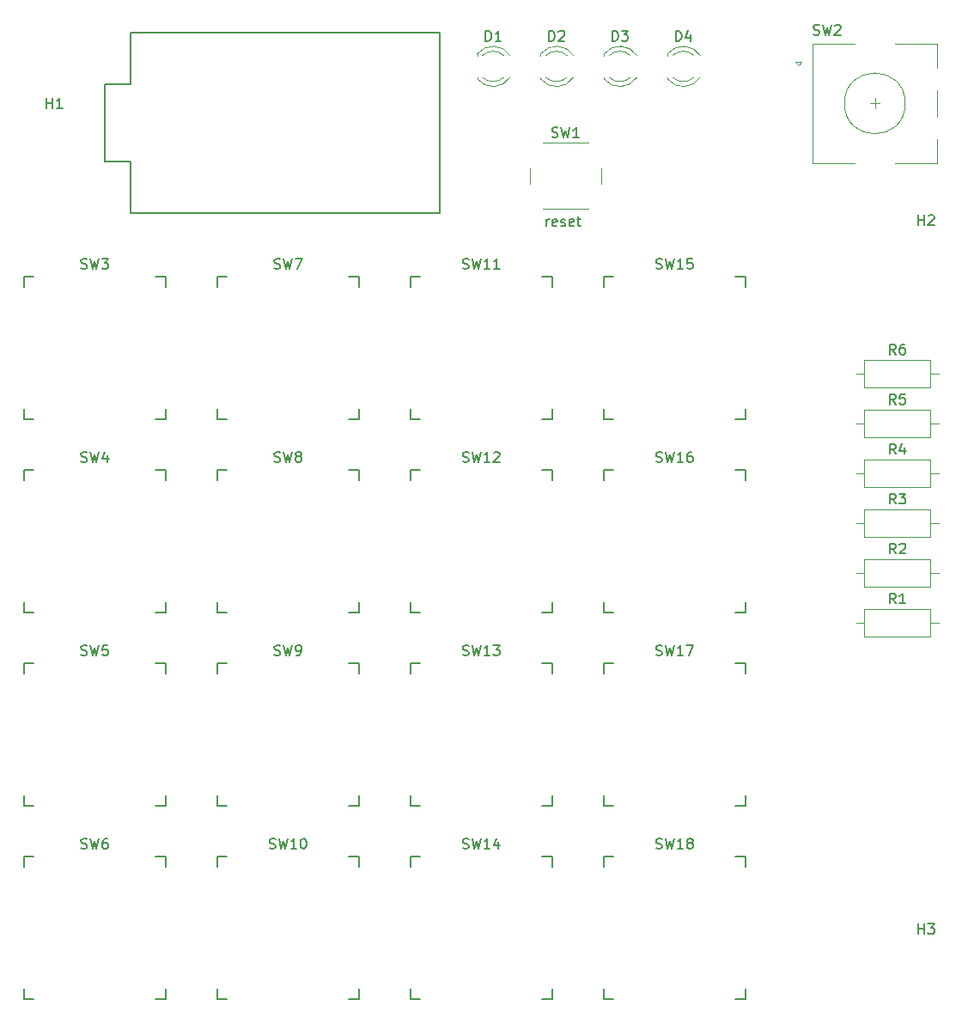
<source format=gbr>
%TF.GenerationSoftware,KiCad,Pcbnew,(5.1.6)-1*%
%TF.CreationDate,2021-05-12T17:33:29+01:00*%
%TF.ProjectId,HID_KEYPAD,4849445f-4b45-4595-9041-442e6b696361,rev?*%
%TF.SameCoordinates,Original*%
%TF.FileFunction,Legend,Top*%
%TF.FilePolarity,Positive*%
%FSLAX46Y46*%
G04 Gerber Fmt 4.6, Leading zero omitted, Abs format (unit mm)*
G04 Created by KiCad (PCBNEW (5.1.6)-1) date 2021-05-12 17:33:29*
%MOMM*%
%LPD*%
G01*
G04 APERTURE LIST*
%ADD10C,0.120000*%
%ADD11C,0.150000*%
G04 APERTURE END LIST*
D10*
%TO.C,R1*%
X196410000Y-108830000D02*
X196410000Y-111570000D01*
X196410000Y-111570000D02*
X202950000Y-111570000D01*
X202950000Y-111570000D02*
X202950000Y-108830000D01*
X202950000Y-108830000D02*
X196410000Y-108830000D01*
X195640000Y-110200000D02*
X196410000Y-110200000D01*
X203720000Y-110200000D02*
X202950000Y-110200000D01*
%TO.C,D1*%
X160861130Y-56429837D02*
G75*
G02*
X158779039Y-56430000I-1041130J1079837D01*
G01*
X160861130Y-54270163D02*
G75*
G03*
X158779039Y-54270000I-1041130J-1079837D01*
G01*
X161492335Y-56428608D02*
G75*
G02*
X158260000Y-56585516I-1672335J1078608D01*
G01*
X161492335Y-54271392D02*
G75*
G03*
X158260000Y-54114484I-1672335J-1078608D01*
G01*
X158260000Y-54114000D02*
X158260000Y-54270000D01*
X158260000Y-56430000D02*
X158260000Y-56586000D01*
%TO.C,SW1*%
X170450000Y-66900000D02*
X170450000Y-65400000D01*
X169200000Y-62900000D02*
X164700000Y-62900000D01*
X163450000Y-65400000D02*
X163450000Y-66900000D01*
X164700000Y-69400000D02*
X169200000Y-69400000D01*
%TO.C,R4*%
X203720000Y-95470000D02*
X202950000Y-95470000D01*
X195640000Y-95470000D02*
X196410000Y-95470000D01*
X202950000Y-94100000D02*
X196410000Y-94100000D01*
X202950000Y-96840000D02*
X202950000Y-94100000D01*
X196410000Y-96840000D02*
X202950000Y-96840000D01*
X196410000Y-94100000D02*
X196410000Y-96840000D01*
%TO.C,D4*%
X177010000Y-56430000D02*
X177010000Y-56586000D01*
X177010000Y-54114000D02*
X177010000Y-54270000D01*
X179611130Y-56429837D02*
G75*
G02*
X177529039Y-56430000I-1041130J1079837D01*
G01*
X179611130Y-54270163D02*
G75*
G03*
X177529039Y-54270000I-1041130J-1079837D01*
G01*
X180242335Y-56428608D02*
G75*
G02*
X177010000Y-56585516I-1672335J1078608D01*
G01*
X180242335Y-54271392D02*
G75*
G03*
X177010000Y-54114484I-1672335J-1078608D01*
G01*
D11*
%TO.C,SW18*%
X170700000Y-134250000D02*
X170700000Y-133250000D01*
X170700000Y-147250000D02*
X171700000Y-147250000D01*
X171700000Y-133250000D02*
X170700000Y-133250000D01*
X170700000Y-147250000D02*
X170700000Y-146250000D01*
X184700000Y-146250000D02*
X184700000Y-147250000D01*
X184700000Y-133250000D02*
X183700000Y-133250000D01*
X183700000Y-147250000D02*
X184700000Y-147250000D01*
X184700000Y-133250000D02*
X184700000Y-134250000D01*
%TO.C,SW17*%
X170700000Y-115200000D02*
X170700000Y-114200000D01*
X170700000Y-128200000D02*
X171700000Y-128200000D01*
X171700000Y-114200000D02*
X170700000Y-114200000D01*
X170700000Y-128200000D02*
X170700000Y-127200000D01*
X184700000Y-127200000D02*
X184700000Y-128200000D01*
X184700000Y-114200000D02*
X183700000Y-114200000D01*
X183700000Y-128200000D02*
X184700000Y-128200000D01*
X184700000Y-114200000D02*
X184700000Y-115200000D01*
%TO.C,SW16*%
X170700000Y-96150000D02*
X170700000Y-95150000D01*
X170700000Y-109150000D02*
X171700000Y-109150000D01*
X171700000Y-95150000D02*
X170700000Y-95150000D01*
X170700000Y-109150000D02*
X170700000Y-108150000D01*
X184700000Y-108150000D02*
X184700000Y-109150000D01*
X184700000Y-95150000D02*
X183700000Y-95150000D01*
X183700000Y-109150000D02*
X184700000Y-109150000D01*
X184700000Y-95150000D02*
X184700000Y-96150000D01*
%TO.C,SW15*%
X170700000Y-77100000D02*
X170700000Y-76100000D01*
X170700000Y-90100000D02*
X171700000Y-90100000D01*
X171700000Y-76100000D02*
X170700000Y-76100000D01*
X170700000Y-90100000D02*
X170700000Y-89100000D01*
X184700000Y-89100000D02*
X184700000Y-90100000D01*
X184700000Y-76100000D02*
X183700000Y-76100000D01*
X183700000Y-90100000D02*
X184700000Y-90100000D01*
X184700000Y-76100000D02*
X184700000Y-77100000D01*
%TO.C,SW14*%
X151650000Y-134250000D02*
X151650000Y-133250000D01*
X151650000Y-147250000D02*
X152650000Y-147250000D01*
X152650000Y-133250000D02*
X151650000Y-133250000D01*
X151650000Y-147250000D02*
X151650000Y-146250000D01*
X165650000Y-146250000D02*
X165650000Y-147250000D01*
X165650000Y-133250000D02*
X164650000Y-133250000D01*
X164650000Y-147250000D02*
X165650000Y-147250000D01*
X165650000Y-133250000D02*
X165650000Y-134250000D01*
%TO.C,SW13*%
X151650000Y-115200000D02*
X151650000Y-114200000D01*
X151650000Y-128200000D02*
X152650000Y-128200000D01*
X152650000Y-114200000D02*
X151650000Y-114200000D01*
X151650000Y-128200000D02*
X151650000Y-127200000D01*
X165650000Y-127200000D02*
X165650000Y-128200000D01*
X165650000Y-114200000D02*
X164650000Y-114200000D01*
X164650000Y-128200000D02*
X165650000Y-128200000D01*
X165650000Y-114200000D02*
X165650000Y-115200000D01*
%TO.C,SW12*%
X151650000Y-96150000D02*
X151650000Y-95150000D01*
X151650000Y-109150000D02*
X152650000Y-109150000D01*
X152650000Y-95150000D02*
X151650000Y-95150000D01*
X151650000Y-109150000D02*
X151650000Y-108150000D01*
X165650000Y-108150000D02*
X165650000Y-109150000D01*
X165650000Y-95150000D02*
X164650000Y-95150000D01*
X164650000Y-109150000D02*
X165650000Y-109150000D01*
X165650000Y-95150000D02*
X165650000Y-96150000D01*
%TO.C,SW11*%
X151650000Y-77100000D02*
X151650000Y-76100000D01*
X151650000Y-90100000D02*
X152650000Y-90100000D01*
X152650000Y-76100000D02*
X151650000Y-76100000D01*
X151650000Y-90100000D02*
X151650000Y-89100000D01*
X165650000Y-89100000D02*
X165650000Y-90100000D01*
X165650000Y-76100000D02*
X164650000Y-76100000D01*
X164650000Y-90100000D02*
X165650000Y-90100000D01*
X165650000Y-76100000D02*
X165650000Y-77100000D01*
%TO.C,SW10*%
X132600000Y-134250000D02*
X132600000Y-133250000D01*
X132600000Y-147250000D02*
X133600000Y-147250000D01*
X133600000Y-133250000D02*
X132600000Y-133250000D01*
X132600000Y-147250000D02*
X132600000Y-146250000D01*
X146600000Y-146250000D02*
X146600000Y-147250000D01*
X146600000Y-133250000D02*
X145600000Y-133250000D01*
X145600000Y-147250000D02*
X146600000Y-147250000D01*
X146600000Y-133250000D02*
X146600000Y-134250000D01*
%TO.C,SW9*%
X132600000Y-115200000D02*
X132600000Y-114200000D01*
X132600000Y-128200000D02*
X133600000Y-128200000D01*
X133600000Y-114200000D02*
X132600000Y-114200000D01*
X132600000Y-128200000D02*
X132600000Y-127200000D01*
X146600000Y-127200000D02*
X146600000Y-128200000D01*
X146600000Y-114200000D02*
X145600000Y-114200000D01*
X145600000Y-128200000D02*
X146600000Y-128200000D01*
X146600000Y-114200000D02*
X146600000Y-115200000D01*
%TO.C,SW8*%
X132600000Y-96150000D02*
X132600000Y-95150000D01*
X132600000Y-109150000D02*
X133600000Y-109150000D01*
X133600000Y-95150000D02*
X132600000Y-95150000D01*
X132600000Y-109150000D02*
X132600000Y-108150000D01*
X146600000Y-108150000D02*
X146600000Y-109150000D01*
X146600000Y-95150000D02*
X145600000Y-95150000D01*
X145600000Y-109150000D02*
X146600000Y-109150000D01*
X146600000Y-95150000D02*
X146600000Y-96150000D01*
%TO.C,SW7*%
X132600000Y-77100000D02*
X132600000Y-76100000D01*
X132600000Y-90100000D02*
X133600000Y-90100000D01*
X133600000Y-76100000D02*
X132600000Y-76100000D01*
X132600000Y-90100000D02*
X132600000Y-89100000D01*
X146600000Y-89100000D02*
X146600000Y-90100000D01*
X146600000Y-76100000D02*
X145600000Y-76100000D01*
X145600000Y-90100000D02*
X146600000Y-90100000D01*
X146600000Y-76100000D02*
X146600000Y-77100000D01*
%TO.C,SW6*%
X113550000Y-134250000D02*
X113550000Y-133250000D01*
X113550000Y-147250000D02*
X114550000Y-147250000D01*
X114550000Y-133250000D02*
X113550000Y-133250000D01*
X113550000Y-147250000D02*
X113550000Y-146250000D01*
X127550000Y-146250000D02*
X127550000Y-147250000D01*
X127550000Y-133250000D02*
X126550000Y-133250000D01*
X126550000Y-147250000D02*
X127550000Y-147250000D01*
X127550000Y-133250000D02*
X127550000Y-134250000D01*
%TO.C,SW5*%
X113550000Y-115200000D02*
X113550000Y-114200000D01*
X113550000Y-128200000D02*
X114550000Y-128200000D01*
X114550000Y-114200000D02*
X113550000Y-114200000D01*
X113550000Y-128200000D02*
X113550000Y-127200000D01*
X127550000Y-127200000D02*
X127550000Y-128200000D01*
X127550000Y-114200000D02*
X126550000Y-114200000D01*
X126550000Y-128200000D02*
X127550000Y-128200000D01*
X127550000Y-114200000D02*
X127550000Y-115200000D01*
%TO.C,SW4*%
X113550000Y-96150000D02*
X113550000Y-95150000D01*
X113550000Y-109150000D02*
X114550000Y-109150000D01*
X114550000Y-95150000D02*
X113550000Y-95150000D01*
X113550000Y-109150000D02*
X113550000Y-108150000D01*
X127550000Y-108150000D02*
X127550000Y-109150000D01*
X127550000Y-95150000D02*
X126550000Y-95150000D01*
X126550000Y-109150000D02*
X127550000Y-109150000D01*
X127550000Y-95150000D02*
X127550000Y-96150000D01*
%TO.C,SW3*%
X113550000Y-77100000D02*
X113550000Y-76100000D01*
X113550000Y-90100000D02*
X114550000Y-90100000D01*
X114550000Y-76100000D02*
X113550000Y-76100000D01*
X113550000Y-90100000D02*
X113550000Y-89100000D01*
X127550000Y-89100000D02*
X127550000Y-90100000D01*
X127550000Y-76100000D02*
X126550000Y-76100000D01*
X126550000Y-90100000D02*
X127550000Y-90100000D01*
X127550000Y-76100000D02*
X127550000Y-77100000D01*
%TO.C,U1*%
X124110000Y-69790000D02*
X154590000Y-69790000D01*
X124110000Y-69790000D02*
X124110000Y-64710000D01*
X124110000Y-64710000D02*
X121570000Y-64710000D01*
X121570000Y-64710000D02*
X121570000Y-57090000D01*
X121570000Y-57090000D02*
X124110000Y-57090000D01*
X124110000Y-57090000D02*
X124110000Y-52010000D01*
X124110000Y-52010000D02*
X154590000Y-52010000D01*
X154590000Y-52010000D02*
X154590000Y-69790000D01*
D10*
%TO.C,SW2*%
X196950000Y-59000000D02*
X197950000Y-59000000D01*
X197450000Y-58500000D02*
X197450000Y-59500000D01*
X203550000Y-62500000D02*
X203550000Y-64900000D01*
X203550000Y-57700000D02*
X203550000Y-60300000D01*
X203550000Y-53100000D02*
X203550000Y-55500000D01*
X190250000Y-54900000D02*
X189950000Y-55200000D01*
X189650000Y-54900000D02*
X190250000Y-54900000D01*
X189950000Y-55200000D02*
X189650000Y-54900000D01*
X191350000Y-53100000D02*
X191350000Y-64900000D01*
X195450000Y-53100000D02*
X191350000Y-53100000D01*
X195450000Y-64900000D02*
X191350000Y-64900000D01*
X203550000Y-64900000D02*
X199450000Y-64900000D01*
X199450000Y-53100000D02*
X203550000Y-53100000D01*
X200450000Y-59000000D02*
G75*
G03*
X200450000Y-59000000I-3000000J0D01*
G01*
%TO.C,R6*%
X196410000Y-84280000D02*
X196410000Y-87020000D01*
X196410000Y-87020000D02*
X202950000Y-87020000D01*
X202950000Y-87020000D02*
X202950000Y-84280000D01*
X202950000Y-84280000D02*
X196410000Y-84280000D01*
X195640000Y-85650000D02*
X196410000Y-85650000D01*
X203720000Y-85650000D02*
X202950000Y-85650000D01*
%TO.C,R5*%
X196410000Y-89190000D02*
X196410000Y-91930000D01*
X196410000Y-91930000D02*
X202950000Y-91930000D01*
X202950000Y-91930000D02*
X202950000Y-89190000D01*
X202950000Y-89190000D02*
X196410000Y-89190000D01*
X195640000Y-90560000D02*
X196410000Y-90560000D01*
X203720000Y-90560000D02*
X202950000Y-90560000D01*
%TO.C,R3*%
X196410000Y-99010000D02*
X196410000Y-101750000D01*
X196410000Y-101750000D02*
X202950000Y-101750000D01*
X202950000Y-101750000D02*
X202950000Y-99010000D01*
X202950000Y-99010000D02*
X196410000Y-99010000D01*
X195640000Y-100380000D02*
X196410000Y-100380000D01*
X203720000Y-100380000D02*
X202950000Y-100380000D01*
%TO.C,R2*%
X196410000Y-103920000D02*
X196410000Y-106660000D01*
X196410000Y-106660000D02*
X202950000Y-106660000D01*
X202950000Y-106660000D02*
X202950000Y-103920000D01*
X202950000Y-103920000D02*
X196410000Y-103920000D01*
X195640000Y-105290000D02*
X196410000Y-105290000D01*
X203720000Y-105290000D02*
X202950000Y-105290000D01*
%TO.C,D3*%
X170760000Y-54114000D02*
X170760000Y-54270000D01*
X170760000Y-56430000D02*
X170760000Y-56586000D01*
X173361130Y-56429837D02*
G75*
G02*
X171279039Y-56430000I-1041130J1079837D01*
G01*
X173361130Y-54270163D02*
G75*
G03*
X171279039Y-54270000I-1041130J-1079837D01*
G01*
X173992335Y-56428608D02*
G75*
G02*
X170760000Y-56585516I-1672335J1078608D01*
G01*
X173992335Y-54271392D02*
G75*
G03*
X170760000Y-54114484I-1672335J-1078608D01*
G01*
%TO.C,D2*%
X164510000Y-54114000D02*
X164510000Y-54270000D01*
X164510000Y-56430000D02*
X164510000Y-56586000D01*
X167111130Y-56429837D02*
G75*
G02*
X165029039Y-56430000I-1041130J1079837D01*
G01*
X167111130Y-54270163D02*
G75*
G03*
X165029039Y-54270000I-1041130J-1079837D01*
G01*
X167742335Y-56428608D02*
G75*
G02*
X164510000Y-56585516I-1672335J1078608D01*
G01*
X167742335Y-54271392D02*
G75*
G03*
X164510000Y-54114484I-1672335J-1078608D01*
G01*
%TO.C,R1*%
D11*
X199513333Y-108282380D02*
X199180000Y-107806190D01*
X198941904Y-108282380D02*
X198941904Y-107282380D01*
X199322857Y-107282380D01*
X199418095Y-107330000D01*
X199465714Y-107377619D01*
X199513333Y-107472857D01*
X199513333Y-107615714D01*
X199465714Y-107710952D01*
X199418095Y-107758571D01*
X199322857Y-107806190D01*
X198941904Y-107806190D01*
X200465714Y-108282380D02*
X199894285Y-108282380D01*
X200180000Y-108282380D02*
X200180000Y-107282380D01*
X200084761Y-107425238D01*
X199989523Y-107520476D01*
X199894285Y-107568095D01*
%TO.C,D1*%
X159081904Y-52842380D02*
X159081904Y-51842380D01*
X159320000Y-51842380D01*
X159462857Y-51890000D01*
X159558095Y-51985238D01*
X159605714Y-52080476D01*
X159653333Y-52270952D01*
X159653333Y-52413809D01*
X159605714Y-52604285D01*
X159558095Y-52699523D01*
X159462857Y-52794761D01*
X159320000Y-52842380D01*
X159081904Y-52842380D01*
X160605714Y-52842380D02*
X160034285Y-52842380D01*
X160320000Y-52842380D02*
X160320000Y-51842380D01*
X160224761Y-51985238D01*
X160129523Y-52080476D01*
X160034285Y-52128095D01*
%TO.C,SW1*%
X165616666Y-62304761D02*
X165759523Y-62352380D01*
X165997619Y-62352380D01*
X166092857Y-62304761D01*
X166140476Y-62257142D01*
X166188095Y-62161904D01*
X166188095Y-62066666D01*
X166140476Y-61971428D01*
X166092857Y-61923809D01*
X165997619Y-61876190D01*
X165807142Y-61828571D01*
X165711904Y-61780952D01*
X165664285Y-61733333D01*
X165616666Y-61638095D01*
X165616666Y-61542857D01*
X165664285Y-61447619D01*
X165711904Y-61400000D01*
X165807142Y-61352380D01*
X166045238Y-61352380D01*
X166188095Y-61400000D01*
X166521428Y-61352380D02*
X166759523Y-62352380D01*
X166950000Y-61638095D01*
X167140476Y-62352380D01*
X167378571Y-61352380D01*
X168283333Y-62352380D02*
X167711904Y-62352380D01*
X167997619Y-62352380D02*
X167997619Y-61352380D01*
X167902380Y-61495238D01*
X167807142Y-61590476D01*
X167711904Y-61638095D01*
X165080952Y-71102380D02*
X165080952Y-70435714D01*
X165080952Y-70626190D02*
X165128571Y-70530952D01*
X165176190Y-70483333D01*
X165271428Y-70435714D01*
X165366666Y-70435714D01*
X166080952Y-71054761D02*
X165985714Y-71102380D01*
X165795238Y-71102380D01*
X165700000Y-71054761D01*
X165652380Y-70959523D01*
X165652380Y-70578571D01*
X165700000Y-70483333D01*
X165795238Y-70435714D01*
X165985714Y-70435714D01*
X166080952Y-70483333D01*
X166128571Y-70578571D01*
X166128571Y-70673809D01*
X165652380Y-70769047D01*
X166509523Y-71054761D02*
X166604761Y-71102380D01*
X166795238Y-71102380D01*
X166890476Y-71054761D01*
X166938095Y-70959523D01*
X166938095Y-70911904D01*
X166890476Y-70816666D01*
X166795238Y-70769047D01*
X166652380Y-70769047D01*
X166557142Y-70721428D01*
X166509523Y-70626190D01*
X166509523Y-70578571D01*
X166557142Y-70483333D01*
X166652380Y-70435714D01*
X166795238Y-70435714D01*
X166890476Y-70483333D01*
X167747619Y-71054761D02*
X167652380Y-71102380D01*
X167461904Y-71102380D01*
X167366666Y-71054761D01*
X167319047Y-70959523D01*
X167319047Y-70578571D01*
X167366666Y-70483333D01*
X167461904Y-70435714D01*
X167652380Y-70435714D01*
X167747619Y-70483333D01*
X167795238Y-70578571D01*
X167795238Y-70673809D01*
X167319047Y-70769047D01*
X168080952Y-70435714D02*
X168461904Y-70435714D01*
X168223809Y-70102380D02*
X168223809Y-70959523D01*
X168271428Y-71054761D01*
X168366666Y-71102380D01*
X168461904Y-71102380D01*
%TO.C,H3*%
X201738095Y-140852380D02*
X201738095Y-139852380D01*
X201738095Y-140328571D02*
X202309523Y-140328571D01*
X202309523Y-140852380D02*
X202309523Y-139852380D01*
X202690476Y-139852380D02*
X203309523Y-139852380D01*
X202976190Y-140233333D01*
X203119047Y-140233333D01*
X203214285Y-140280952D01*
X203261904Y-140328571D01*
X203309523Y-140423809D01*
X203309523Y-140661904D01*
X203261904Y-140757142D01*
X203214285Y-140804761D01*
X203119047Y-140852380D01*
X202833333Y-140852380D01*
X202738095Y-140804761D01*
X202690476Y-140757142D01*
%TO.C,H2*%
X201738095Y-71002380D02*
X201738095Y-70002380D01*
X201738095Y-70478571D02*
X202309523Y-70478571D01*
X202309523Y-71002380D02*
X202309523Y-70002380D01*
X202738095Y-70097619D02*
X202785714Y-70050000D01*
X202880952Y-70002380D01*
X203119047Y-70002380D01*
X203214285Y-70050000D01*
X203261904Y-70097619D01*
X203309523Y-70192857D01*
X203309523Y-70288095D01*
X203261904Y-70430952D01*
X202690476Y-71002380D01*
X203309523Y-71002380D01*
%TO.C,H1*%
X115788095Y-59452380D02*
X115788095Y-58452380D01*
X115788095Y-58928571D02*
X116359523Y-58928571D01*
X116359523Y-59452380D02*
X116359523Y-58452380D01*
X117359523Y-59452380D02*
X116788095Y-59452380D01*
X117073809Y-59452380D02*
X117073809Y-58452380D01*
X116978571Y-58595238D01*
X116883333Y-58690476D01*
X116788095Y-58738095D01*
%TO.C,R4*%
X199513333Y-93552380D02*
X199180000Y-93076190D01*
X198941904Y-93552380D02*
X198941904Y-92552380D01*
X199322857Y-92552380D01*
X199418095Y-92600000D01*
X199465714Y-92647619D01*
X199513333Y-92742857D01*
X199513333Y-92885714D01*
X199465714Y-92980952D01*
X199418095Y-93028571D01*
X199322857Y-93076190D01*
X198941904Y-93076190D01*
X200370476Y-92885714D02*
X200370476Y-93552380D01*
X200132380Y-92504761D02*
X199894285Y-93219047D01*
X200513333Y-93219047D01*
%TO.C,D4*%
X177831904Y-52842380D02*
X177831904Y-51842380D01*
X178070000Y-51842380D01*
X178212857Y-51890000D01*
X178308095Y-51985238D01*
X178355714Y-52080476D01*
X178403333Y-52270952D01*
X178403333Y-52413809D01*
X178355714Y-52604285D01*
X178308095Y-52699523D01*
X178212857Y-52794761D01*
X178070000Y-52842380D01*
X177831904Y-52842380D01*
X179260476Y-52175714D02*
X179260476Y-52842380D01*
X179022380Y-51794761D02*
X178784285Y-52509047D01*
X179403333Y-52509047D01*
%TO.C,SW18*%
X175890476Y-132399761D02*
X176033333Y-132447380D01*
X176271428Y-132447380D01*
X176366666Y-132399761D01*
X176414285Y-132352142D01*
X176461904Y-132256904D01*
X176461904Y-132161666D01*
X176414285Y-132066428D01*
X176366666Y-132018809D01*
X176271428Y-131971190D01*
X176080952Y-131923571D01*
X175985714Y-131875952D01*
X175938095Y-131828333D01*
X175890476Y-131733095D01*
X175890476Y-131637857D01*
X175938095Y-131542619D01*
X175985714Y-131495000D01*
X176080952Y-131447380D01*
X176319047Y-131447380D01*
X176461904Y-131495000D01*
X176795238Y-131447380D02*
X177033333Y-132447380D01*
X177223809Y-131733095D01*
X177414285Y-132447380D01*
X177652380Y-131447380D01*
X178557142Y-132447380D02*
X177985714Y-132447380D01*
X178271428Y-132447380D02*
X178271428Y-131447380D01*
X178176190Y-131590238D01*
X178080952Y-131685476D01*
X177985714Y-131733095D01*
X179128571Y-131875952D02*
X179033333Y-131828333D01*
X178985714Y-131780714D01*
X178938095Y-131685476D01*
X178938095Y-131637857D01*
X178985714Y-131542619D01*
X179033333Y-131495000D01*
X179128571Y-131447380D01*
X179319047Y-131447380D01*
X179414285Y-131495000D01*
X179461904Y-131542619D01*
X179509523Y-131637857D01*
X179509523Y-131685476D01*
X179461904Y-131780714D01*
X179414285Y-131828333D01*
X179319047Y-131875952D01*
X179128571Y-131875952D01*
X179033333Y-131923571D01*
X178985714Y-131971190D01*
X178938095Y-132066428D01*
X178938095Y-132256904D01*
X178985714Y-132352142D01*
X179033333Y-132399761D01*
X179128571Y-132447380D01*
X179319047Y-132447380D01*
X179414285Y-132399761D01*
X179461904Y-132352142D01*
X179509523Y-132256904D01*
X179509523Y-132066428D01*
X179461904Y-131971190D01*
X179414285Y-131923571D01*
X179319047Y-131875952D01*
%TO.C,SW17*%
X175890476Y-113349761D02*
X176033333Y-113397380D01*
X176271428Y-113397380D01*
X176366666Y-113349761D01*
X176414285Y-113302142D01*
X176461904Y-113206904D01*
X176461904Y-113111666D01*
X176414285Y-113016428D01*
X176366666Y-112968809D01*
X176271428Y-112921190D01*
X176080952Y-112873571D01*
X175985714Y-112825952D01*
X175938095Y-112778333D01*
X175890476Y-112683095D01*
X175890476Y-112587857D01*
X175938095Y-112492619D01*
X175985714Y-112445000D01*
X176080952Y-112397380D01*
X176319047Y-112397380D01*
X176461904Y-112445000D01*
X176795238Y-112397380D02*
X177033333Y-113397380D01*
X177223809Y-112683095D01*
X177414285Y-113397380D01*
X177652380Y-112397380D01*
X178557142Y-113397380D02*
X177985714Y-113397380D01*
X178271428Y-113397380D02*
X178271428Y-112397380D01*
X178176190Y-112540238D01*
X178080952Y-112635476D01*
X177985714Y-112683095D01*
X178890476Y-112397380D02*
X179557142Y-112397380D01*
X179128571Y-113397380D01*
%TO.C,SW16*%
X175890476Y-94299761D02*
X176033333Y-94347380D01*
X176271428Y-94347380D01*
X176366666Y-94299761D01*
X176414285Y-94252142D01*
X176461904Y-94156904D01*
X176461904Y-94061666D01*
X176414285Y-93966428D01*
X176366666Y-93918809D01*
X176271428Y-93871190D01*
X176080952Y-93823571D01*
X175985714Y-93775952D01*
X175938095Y-93728333D01*
X175890476Y-93633095D01*
X175890476Y-93537857D01*
X175938095Y-93442619D01*
X175985714Y-93395000D01*
X176080952Y-93347380D01*
X176319047Y-93347380D01*
X176461904Y-93395000D01*
X176795238Y-93347380D02*
X177033333Y-94347380D01*
X177223809Y-93633095D01*
X177414285Y-94347380D01*
X177652380Y-93347380D01*
X178557142Y-94347380D02*
X177985714Y-94347380D01*
X178271428Y-94347380D02*
X178271428Y-93347380D01*
X178176190Y-93490238D01*
X178080952Y-93585476D01*
X177985714Y-93633095D01*
X179414285Y-93347380D02*
X179223809Y-93347380D01*
X179128571Y-93395000D01*
X179080952Y-93442619D01*
X178985714Y-93585476D01*
X178938095Y-93775952D01*
X178938095Y-94156904D01*
X178985714Y-94252142D01*
X179033333Y-94299761D01*
X179128571Y-94347380D01*
X179319047Y-94347380D01*
X179414285Y-94299761D01*
X179461904Y-94252142D01*
X179509523Y-94156904D01*
X179509523Y-93918809D01*
X179461904Y-93823571D01*
X179414285Y-93775952D01*
X179319047Y-93728333D01*
X179128571Y-93728333D01*
X179033333Y-93775952D01*
X178985714Y-93823571D01*
X178938095Y-93918809D01*
%TO.C,SW15*%
X175890476Y-75249761D02*
X176033333Y-75297380D01*
X176271428Y-75297380D01*
X176366666Y-75249761D01*
X176414285Y-75202142D01*
X176461904Y-75106904D01*
X176461904Y-75011666D01*
X176414285Y-74916428D01*
X176366666Y-74868809D01*
X176271428Y-74821190D01*
X176080952Y-74773571D01*
X175985714Y-74725952D01*
X175938095Y-74678333D01*
X175890476Y-74583095D01*
X175890476Y-74487857D01*
X175938095Y-74392619D01*
X175985714Y-74345000D01*
X176080952Y-74297380D01*
X176319047Y-74297380D01*
X176461904Y-74345000D01*
X176795238Y-74297380D02*
X177033333Y-75297380D01*
X177223809Y-74583095D01*
X177414285Y-75297380D01*
X177652380Y-74297380D01*
X178557142Y-75297380D02*
X177985714Y-75297380D01*
X178271428Y-75297380D02*
X178271428Y-74297380D01*
X178176190Y-74440238D01*
X178080952Y-74535476D01*
X177985714Y-74583095D01*
X179461904Y-74297380D02*
X178985714Y-74297380D01*
X178938095Y-74773571D01*
X178985714Y-74725952D01*
X179080952Y-74678333D01*
X179319047Y-74678333D01*
X179414285Y-74725952D01*
X179461904Y-74773571D01*
X179509523Y-74868809D01*
X179509523Y-75106904D01*
X179461904Y-75202142D01*
X179414285Y-75249761D01*
X179319047Y-75297380D01*
X179080952Y-75297380D01*
X178985714Y-75249761D01*
X178938095Y-75202142D01*
%TO.C,SW14*%
X156840476Y-132399761D02*
X156983333Y-132447380D01*
X157221428Y-132447380D01*
X157316666Y-132399761D01*
X157364285Y-132352142D01*
X157411904Y-132256904D01*
X157411904Y-132161666D01*
X157364285Y-132066428D01*
X157316666Y-132018809D01*
X157221428Y-131971190D01*
X157030952Y-131923571D01*
X156935714Y-131875952D01*
X156888095Y-131828333D01*
X156840476Y-131733095D01*
X156840476Y-131637857D01*
X156888095Y-131542619D01*
X156935714Y-131495000D01*
X157030952Y-131447380D01*
X157269047Y-131447380D01*
X157411904Y-131495000D01*
X157745238Y-131447380D02*
X157983333Y-132447380D01*
X158173809Y-131733095D01*
X158364285Y-132447380D01*
X158602380Y-131447380D01*
X159507142Y-132447380D02*
X158935714Y-132447380D01*
X159221428Y-132447380D02*
X159221428Y-131447380D01*
X159126190Y-131590238D01*
X159030952Y-131685476D01*
X158935714Y-131733095D01*
X160364285Y-131780714D02*
X160364285Y-132447380D01*
X160126190Y-131399761D02*
X159888095Y-132114047D01*
X160507142Y-132114047D01*
%TO.C,SW13*%
X156840476Y-113349761D02*
X156983333Y-113397380D01*
X157221428Y-113397380D01*
X157316666Y-113349761D01*
X157364285Y-113302142D01*
X157411904Y-113206904D01*
X157411904Y-113111666D01*
X157364285Y-113016428D01*
X157316666Y-112968809D01*
X157221428Y-112921190D01*
X157030952Y-112873571D01*
X156935714Y-112825952D01*
X156888095Y-112778333D01*
X156840476Y-112683095D01*
X156840476Y-112587857D01*
X156888095Y-112492619D01*
X156935714Y-112445000D01*
X157030952Y-112397380D01*
X157269047Y-112397380D01*
X157411904Y-112445000D01*
X157745238Y-112397380D02*
X157983333Y-113397380D01*
X158173809Y-112683095D01*
X158364285Y-113397380D01*
X158602380Y-112397380D01*
X159507142Y-113397380D02*
X158935714Y-113397380D01*
X159221428Y-113397380D02*
X159221428Y-112397380D01*
X159126190Y-112540238D01*
X159030952Y-112635476D01*
X158935714Y-112683095D01*
X159840476Y-112397380D02*
X160459523Y-112397380D01*
X160126190Y-112778333D01*
X160269047Y-112778333D01*
X160364285Y-112825952D01*
X160411904Y-112873571D01*
X160459523Y-112968809D01*
X160459523Y-113206904D01*
X160411904Y-113302142D01*
X160364285Y-113349761D01*
X160269047Y-113397380D01*
X159983333Y-113397380D01*
X159888095Y-113349761D01*
X159840476Y-113302142D01*
%TO.C,SW12*%
X156840476Y-94299761D02*
X156983333Y-94347380D01*
X157221428Y-94347380D01*
X157316666Y-94299761D01*
X157364285Y-94252142D01*
X157411904Y-94156904D01*
X157411904Y-94061666D01*
X157364285Y-93966428D01*
X157316666Y-93918809D01*
X157221428Y-93871190D01*
X157030952Y-93823571D01*
X156935714Y-93775952D01*
X156888095Y-93728333D01*
X156840476Y-93633095D01*
X156840476Y-93537857D01*
X156888095Y-93442619D01*
X156935714Y-93395000D01*
X157030952Y-93347380D01*
X157269047Y-93347380D01*
X157411904Y-93395000D01*
X157745238Y-93347380D02*
X157983333Y-94347380D01*
X158173809Y-93633095D01*
X158364285Y-94347380D01*
X158602380Y-93347380D01*
X159507142Y-94347380D02*
X158935714Y-94347380D01*
X159221428Y-94347380D02*
X159221428Y-93347380D01*
X159126190Y-93490238D01*
X159030952Y-93585476D01*
X158935714Y-93633095D01*
X159888095Y-93442619D02*
X159935714Y-93395000D01*
X160030952Y-93347380D01*
X160269047Y-93347380D01*
X160364285Y-93395000D01*
X160411904Y-93442619D01*
X160459523Y-93537857D01*
X160459523Y-93633095D01*
X160411904Y-93775952D01*
X159840476Y-94347380D01*
X160459523Y-94347380D01*
%TO.C,SW11*%
X156840476Y-75249761D02*
X156983333Y-75297380D01*
X157221428Y-75297380D01*
X157316666Y-75249761D01*
X157364285Y-75202142D01*
X157411904Y-75106904D01*
X157411904Y-75011666D01*
X157364285Y-74916428D01*
X157316666Y-74868809D01*
X157221428Y-74821190D01*
X157030952Y-74773571D01*
X156935714Y-74725952D01*
X156888095Y-74678333D01*
X156840476Y-74583095D01*
X156840476Y-74487857D01*
X156888095Y-74392619D01*
X156935714Y-74345000D01*
X157030952Y-74297380D01*
X157269047Y-74297380D01*
X157411904Y-74345000D01*
X157745238Y-74297380D02*
X157983333Y-75297380D01*
X158173809Y-74583095D01*
X158364285Y-75297380D01*
X158602380Y-74297380D01*
X159507142Y-75297380D02*
X158935714Y-75297380D01*
X159221428Y-75297380D02*
X159221428Y-74297380D01*
X159126190Y-74440238D01*
X159030952Y-74535476D01*
X158935714Y-74583095D01*
X160459523Y-75297380D02*
X159888095Y-75297380D01*
X160173809Y-75297380D02*
X160173809Y-74297380D01*
X160078571Y-74440238D01*
X159983333Y-74535476D01*
X159888095Y-74583095D01*
%TO.C,SW10*%
X137790476Y-132399761D02*
X137933333Y-132447380D01*
X138171428Y-132447380D01*
X138266666Y-132399761D01*
X138314285Y-132352142D01*
X138361904Y-132256904D01*
X138361904Y-132161666D01*
X138314285Y-132066428D01*
X138266666Y-132018809D01*
X138171428Y-131971190D01*
X137980952Y-131923571D01*
X137885714Y-131875952D01*
X137838095Y-131828333D01*
X137790476Y-131733095D01*
X137790476Y-131637857D01*
X137838095Y-131542619D01*
X137885714Y-131495000D01*
X137980952Y-131447380D01*
X138219047Y-131447380D01*
X138361904Y-131495000D01*
X138695238Y-131447380D02*
X138933333Y-132447380D01*
X139123809Y-131733095D01*
X139314285Y-132447380D01*
X139552380Y-131447380D01*
X140457142Y-132447380D02*
X139885714Y-132447380D01*
X140171428Y-132447380D02*
X140171428Y-131447380D01*
X140076190Y-131590238D01*
X139980952Y-131685476D01*
X139885714Y-131733095D01*
X141076190Y-131447380D02*
X141171428Y-131447380D01*
X141266666Y-131495000D01*
X141314285Y-131542619D01*
X141361904Y-131637857D01*
X141409523Y-131828333D01*
X141409523Y-132066428D01*
X141361904Y-132256904D01*
X141314285Y-132352142D01*
X141266666Y-132399761D01*
X141171428Y-132447380D01*
X141076190Y-132447380D01*
X140980952Y-132399761D01*
X140933333Y-132352142D01*
X140885714Y-132256904D01*
X140838095Y-132066428D01*
X140838095Y-131828333D01*
X140885714Y-131637857D01*
X140933333Y-131542619D01*
X140980952Y-131495000D01*
X141076190Y-131447380D01*
%TO.C,SW9*%
X138266666Y-113349761D02*
X138409523Y-113397380D01*
X138647619Y-113397380D01*
X138742857Y-113349761D01*
X138790476Y-113302142D01*
X138838095Y-113206904D01*
X138838095Y-113111666D01*
X138790476Y-113016428D01*
X138742857Y-112968809D01*
X138647619Y-112921190D01*
X138457142Y-112873571D01*
X138361904Y-112825952D01*
X138314285Y-112778333D01*
X138266666Y-112683095D01*
X138266666Y-112587857D01*
X138314285Y-112492619D01*
X138361904Y-112445000D01*
X138457142Y-112397380D01*
X138695238Y-112397380D01*
X138838095Y-112445000D01*
X139171428Y-112397380D02*
X139409523Y-113397380D01*
X139600000Y-112683095D01*
X139790476Y-113397380D01*
X140028571Y-112397380D01*
X140457142Y-113397380D02*
X140647619Y-113397380D01*
X140742857Y-113349761D01*
X140790476Y-113302142D01*
X140885714Y-113159285D01*
X140933333Y-112968809D01*
X140933333Y-112587857D01*
X140885714Y-112492619D01*
X140838095Y-112445000D01*
X140742857Y-112397380D01*
X140552380Y-112397380D01*
X140457142Y-112445000D01*
X140409523Y-112492619D01*
X140361904Y-112587857D01*
X140361904Y-112825952D01*
X140409523Y-112921190D01*
X140457142Y-112968809D01*
X140552380Y-113016428D01*
X140742857Y-113016428D01*
X140838095Y-112968809D01*
X140885714Y-112921190D01*
X140933333Y-112825952D01*
%TO.C,SW8*%
X138266666Y-94299761D02*
X138409523Y-94347380D01*
X138647619Y-94347380D01*
X138742857Y-94299761D01*
X138790476Y-94252142D01*
X138838095Y-94156904D01*
X138838095Y-94061666D01*
X138790476Y-93966428D01*
X138742857Y-93918809D01*
X138647619Y-93871190D01*
X138457142Y-93823571D01*
X138361904Y-93775952D01*
X138314285Y-93728333D01*
X138266666Y-93633095D01*
X138266666Y-93537857D01*
X138314285Y-93442619D01*
X138361904Y-93395000D01*
X138457142Y-93347380D01*
X138695238Y-93347380D01*
X138838095Y-93395000D01*
X139171428Y-93347380D02*
X139409523Y-94347380D01*
X139600000Y-93633095D01*
X139790476Y-94347380D01*
X140028571Y-93347380D01*
X140552380Y-93775952D02*
X140457142Y-93728333D01*
X140409523Y-93680714D01*
X140361904Y-93585476D01*
X140361904Y-93537857D01*
X140409523Y-93442619D01*
X140457142Y-93395000D01*
X140552380Y-93347380D01*
X140742857Y-93347380D01*
X140838095Y-93395000D01*
X140885714Y-93442619D01*
X140933333Y-93537857D01*
X140933333Y-93585476D01*
X140885714Y-93680714D01*
X140838095Y-93728333D01*
X140742857Y-93775952D01*
X140552380Y-93775952D01*
X140457142Y-93823571D01*
X140409523Y-93871190D01*
X140361904Y-93966428D01*
X140361904Y-94156904D01*
X140409523Y-94252142D01*
X140457142Y-94299761D01*
X140552380Y-94347380D01*
X140742857Y-94347380D01*
X140838095Y-94299761D01*
X140885714Y-94252142D01*
X140933333Y-94156904D01*
X140933333Y-93966428D01*
X140885714Y-93871190D01*
X140838095Y-93823571D01*
X140742857Y-93775952D01*
%TO.C,SW7*%
X138266666Y-75249761D02*
X138409523Y-75297380D01*
X138647619Y-75297380D01*
X138742857Y-75249761D01*
X138790476Y-75202142D01*
X138838095Y-75106904D01*
X138838095Y-75011666D01*
X138790476Y-74916428D01*
X138742857Y-74868809D01*
X138647619Y-74821190D01*
X138457142Y-74773571D01*
X138361904Y-74725952D01*
X138314285Y-74678333D01*
X138266666Y-74583095D01*
X138266666Y-74487857D01*
X138314285Y-74392619D01*
X138361904Y-74345000D01*
X138457142Y-74297380D01*
X138695238Y-74297380D01*
X138838095Y-74345000D01*
X139171428Y-74297380D02*
X139409523Y-75297380D01*
X139600000Y-74583095D01*
X139790476Y-75297380D01*
X140028571Y-74297380D01*
X140314285Y-74297380D02*
X140980952Y-74297380D01*
X140552380Y-75297380D01*
%TO.C,SW6*%
X119216666Y-132399761D02*
X119359523Y-132447380D01*
X119597619Y-132447380D01*
X119692857Y-132399761D01*
X119740476Y-132352142D01*
X119788095Y-132256904D01*
X119788095Y-132161666D01*
X119740476Y-132066428D01*
X119692857Y-132018809D01*
X119597619Y-131971190D01*
X119407142Y-131923571D01*
X119311904Y-131875952D01*
X119264285Y-131828333D01*
X119216666Y-131733095D01*
X119216666Y-131637857D01*
X119264285Y-131542619D01*
X119311904Y-131495000D01*
X119407142Y-131447380D01*
X119645238Y-131447380D01*
X119788095Y-131495000D01*
X120121428Y-131447380D02*
X120359523Y-132447380D01*
X120550000Y-131733095D01*
X120740476Y-132447380D01*
X120978571Y-131447380D01*
X121788095Y-131447380D02*
X121597619Y-131447380D01*
X121502380Y-131495000D01*
X121454761Y-131542619D01*
X121359523Y-131685476D01*
X121311904Y-131875952D01*
X121311904Y-132256904D01*
X121359523Y-132352142D01*
X121407142Y-132399761D01*
X121502380Y-132447380D01*
X121692857Y-132447380D01*
X121788095Y-132399761D01*
X121835714Y-132352142D01*
X121883333Y-132256904D01*
X121883333Y-132018809D01*
X121835714Y-131923571D01*
X121788095Y-131875952D01*
X121692857Y-131828333D01*
X121502380Y-131828333D01*
X121407142Y-131875952D01*
X121359523Y-131923571D01*
X121311904Y-132018809D01*
%TO.C,SW5*%
X119216666Y-113349761D02*
X119359523Y-113397380D01*
X119597619Y-113397380D01*
X119692857Y-113349761D01*
X119740476Y-113302142D01*
X119788095Y-113206904D01*
X119788095Y-113111666D01*
X119740476Y-113016428D01*
X119692857Y-112968809D01*
X119597619Y-112921190D01*
X119407142Y-112873571D01*
X119311904Y-112825952D01*
X119264285Y-112778333D01*
X119216666Y-112683095D01*
X119216666Y-112587857D01*
X119264285Y-112492619D01*
X119311904Y-112445000D01*
X119407142Y-112397380D01*
X119645238Y-112397380D01*
X119788095Y-112445000D01*
X120121428Y-112397380D02*
X120359523Y-113397380D01*
X120550000Y-112683095D01*
X120740476Y-113397380D01*
X120978571Y-112397380D01*
X121835714Y-112397380D02*
X121359523Y-112397380D01*
X121311904Y-112873571D01*
X121359523Y-112825952D01*
X121454761Y-112778333D01*
X121692857Y-112778333D01*
X121788095Y-112825952D01*
X121835714Y-112873571D01*
X121883333Y-112968809D01*
X121883333Y-113206904D01*
X121835714Y-113302142D01*
X121788095Y-113349761D01*
X121692857Y-113397380D01*
X121454761Y-113397380D01*
X121359523Y-113349761D01*
X121311904Y-113302142D01*
%TO.C,SW4*%
X119216666Y-94299761D02*
X119359523Y-94347380D01*
X119597619Y-94347380D01*
X119692857Y-94299761D01*
X119740476Y-94252142D01*
X119788095Y-94156904D01*
X119788095Y-94061666D01*
X119740476Y-93966428D01*
X119692857Y-93918809D01*
X119597619Y-93871190D01*
X119407142Y-93823571D01*
X119311904Y-93775952D01*
X119264285Y-93728333D01*
X119216666Y-93633095D01*
X119216666Y-93537857D01*
X119264285Y-93442619D01*
X119311904Y-93395000D01*
X119407142Y-93347380D01*
X119645238Y-93347380D01*
X119788095Y-93395000D01*
X120121428Y-93347380D02*
X120359523Y-94347380D01*
X120550000Y-93633095D01*
X120740476Y-94347380D01*
X120978571Y-93347380D01*
X121788095Y-93680714D02*
X121788095Y-94347380D01*
X121550000Y-93299761D02*
X121311904Y-94014047D01*
X121930952Y-94014047D01*
%TO.C,SW3*%
X119216666Y-75249761D02*
X119359523Y-75297380D01*
X119597619Y-75297380D01*
X119692857Y-75249761D01*
X119740476Y-75202142D01*
X119788095Y-75106904D01*
X119788095Y-75011666D01*
X119740476Y-74916428D01*
X119692857Y-74868809D01*
X119597619Y-74821190D01*
X119407142Y-74773571D01*
X119311904Y-74725952D01*
X119264285Y-74678333D01*
X119216666Y-74583095D01*
X119216666Y-74487857D01*
X119264285Y-74392619D01*
X119311904Y-74345000D01*
X119407142Y-74297380D01*
X119645238Y-74297380D01*
X119788095Y-74345000D01*
X120121428Y-74297380D02*
X120359523Y-75297380D01*
X120550000Y-74583095D01*
X120740476Y-75297380D01*
X120978571Y-74297380D01*
X121264285Y-74297380D02*
X121883333Y-74297380D01*
X121550000Y-74678333D01*
X121692857Y-74678333D01*
X121788095Y-74725952D01*
X121835714Y-74773571D01*
X121883333Y-74868809D01*
X121883333Y-75106904D01*
X121835714Y-75202142D01*
X121788095Y-75249761D01*
X121692857Y-75297380D01*
X121407142Y-75297380D01*
X121311904Y-75249761D01*
X121264285Y-75202142D01*
%TO.C,SW2*%
X191416666Y-52204761D02*
X191559523Y-52252380D01*
X191797619Y-52252380D01*
X191892857Y-52204761D01*
X191940476Y-52157142D01*
X191988095Y-52061904D01*
X191988095Y-51966666D01*
X191940476Y-51871428D01*
X191892857Y-51823809D01*
X191797619Y-51776190D01*
X191607142Y-51728571D01*
X191511904Y-51680952D01*
X191464285Y-51633333D01*
X191416666Y-51538095D01*
X191416666Y-51442857D01*
X191464285Y-51347619D01*
X191511904Y-51300000D01*
X191607142Y-51252380D01*
X191845238Y-51252380D01*
X191988095Y-51300000D01*
X192321428Y-51252380D02*
X192559523Y-52252380D01*
X192750000Y-51538095D01*
X192940476Y-52252380D01*
X193178571Y-51252380D01*
X193511904Y-51347619D02*
X193559523Y-51300000D01*
X193654761Y-51252380D01*
X193892857Y-51252380D01*
X193988095Y-51300000D01*
X194035714Y-51347619D01*
X194083333Y-51442857D01*
X194083333Y-51538095D01*
X194035714Y-51680952D01*
X193464285Y-52252380D01*
X194083333Y-52252380D01*
%TO.C,R6*%
X199513333Y-83732380D02*
X199180000Y-83256190D01*
X198941904Y-83732380D02*
X198941904Y-82732380D01*
X199322857Y-82732380D01*
X199418095Y-82780000D01*
X199465714Y-82827619D01*
X199513333Y-82922857D01*
X199513333Y-83065714D01*
X199465714Y-83160952D01*
X199418095Y-83208571D01*
X199322857Y-83256190D01*
X198941904Y-83256190D01*
X200370476Y-82732380D02*
X200180000Y-82732380D01*
X200084761Y-82780000D01*
X200037142Y-82827619D01*
X199941904Y-82970476D01*
X199894285Y-83160952D01*
X199894285Y-83541904D01*
X199941904Y-83637142D01*
X199989523Y-83684761D01*
X200084761Y-83732380D01*
X200275238Y-83732380D01*
X200370476Y-83684761D01*
X200418095Y-83637142D01*
X200465714Y-83541904D01*
X200465714Y-83303809D01*
X200418095Y-83208571D01*
X200370476Y-83160952D01*
X200275238Y-83113333D01*
X200084761Y-83113333D01*
X199989523Y-83160952D01*
X199941904Y-83208571D01*
X199894285Y-83303809D01*
%TO.C,R5*%
X199513333Y-88642380D02*
X199180000Y-88166190D01*
X198941904Y-88642380D02*
X198941904Y-87642380D01*
X199322857Y-87642380D01*
X199418095Y-87690000D01*
X199465714Y-87737619D01*
X199513333Y-87832857D01*
X199513333Y-87975714D01*
X199465714Y-88070952D01*
X199418095Y-88118571D01*
X199322857Y-88166190D01*
X198941904Y-88166190D01*
X200418095Y-87642380D02*
X199941904Y-87642380D01*
X199894285Y-88118571D01*
X199941904Y-88070952D01*
X200037142Y-88023333D01*
X200275238Y-88023333D01*
X200370476Y-88070952D01*
X200418095Y-88118571D01*
X200465714Y-88213809D01*
X200465714Y-88451904D01*
X200418095Y-88547142D01*
X200370476Y-88594761D01*
X200275238Y-88642380D01*
X200037142Y-88642380D01*
X199941904Y-88594761D01*
X199894285Y-88547142D01*
%TO.C,R3*%
X199513333Y-98462380D02*
X199180000Y-97986190D01*
X198941904Y-98462380D02*
X198941904Y-97462380D01*
X199322857Y-97462380D01*
X199418095Y-97510000D01*
X199465714Y-97557619D01*
X199513333Y-97652857D01*
X199513333Y-97795714D01*
X199465714Y-97890952D01*
X199418095Y-97938571D01*
X199322857Y-97986190D01*
X198941904Y-97986190D01*
X199846666Y-97462380D02*
X200465714Y-97462380D01*
X200132380Y-97843333D01*
X200275238Y-97843333D01*
X200370476Y-97890952D01*
X200418095Y-97938571D01*
X200465714Y-98033809D01*
X200465714Y-98271904D01*
X200418095Y-98367142D01*
X200370476Y-98414761D01*
X200275238Y-98462380D01*
X199989523Y-98462380D01*
X199894285Y-98414761D01*
X199846666Y-98367142D01*
%TO.C,R2*%
X199513333Y-103372380D02*
X199180000Y-102896190D01*
X198941904Y-103372380D02*
X198941904Y-102372380D01*
X199322857Y-102372380D01*
X199418095Y-102420000D01*
X199465714Y-102467619D01*
X199513333Y-102562857D01*
X199513333Y-102705714D01*
X199465714Y-102800952D01*
X199418095Y-102848571D01*
X199322857Y-102896190D01*
X198941904Y-102896190D01*
X199894285Y-102467619D02*
X199941904Y-102420000D01*
X200037142Y-102372380D01*
X200275238Y-102372380D01*
X200370476Y-102420000D01*
X200418095Y-102467619D01*
X200465714Y-102562857D01*
X200465714Y-102658095D01*
X200418095Y-102800952D01*
X199846666Y-103372380D01*
X200465714Y-103372380D01*
%TO.C,D3*%
X171581904Y-52842380D02*
X171581904Y-51842380D01*
X171820000Y-51842380D01*
X171962857Y-51890000D01*
X172058095Y-51985238D01*
X172105714Y-52080476D01*
X172153333Y-52270952D01*
X172153333Y-52413809D01*
X172105714Y-52604285D01*
X172058095Y-52699523D01*
X171962857Y-52794761D01*
X171820000Y-52842380D01*
X171581904Y-52842380D01*
X172486666Y-51842380D02*
X173105714Y-51842380D01*
X172772380Y-52223333D01*
X172915238Y-52223333D01*
X173010476Y-52270952D01*
X173058095Y-52318571D01*
X173105714Y-52413809D01*
X173105714Y-52651904D01*
X173058095Y-52747142D01*
X173010476Y-52794761D01*
X172915238Y-52842380D01*
X172629523Y-52842380D01*
X172534285Y-52794761D01*
X172486666Y-52747142D01*
%TO.C,D2*%
X165331904Y-52842380D02*
X165331904Y-51842380D01*
X165570000Y-51842380D01*
X165712857Y-51890000D01*
X165808095Y-51985238D01*
X165855714Y-52080476D01*
X165903333Y-52270952D01*
X165903333Y-52413809D01*
X165855714Y-52604285D01*
X165808095Y-52699523D01*
X165712857Y-52794761D01*
X165570000Y-52842380D01*
X165331904Y-52842380D01*
X166284285Y-51937619D02*
X166331904Y-51890000D01*
X166427142Y-51842380D01*
X166665238Y-51842380D01*
X166760476Y-51890000D01*
X166808095Y-51937619D01*
X166855714Y-52032857D01*
X166855714Y-52128095D01*
X166808095Y-52270952D01*
X166236666Y-52842380D01*
X166855714Y-52842380D01*
%TD*%
M02*

</source>
